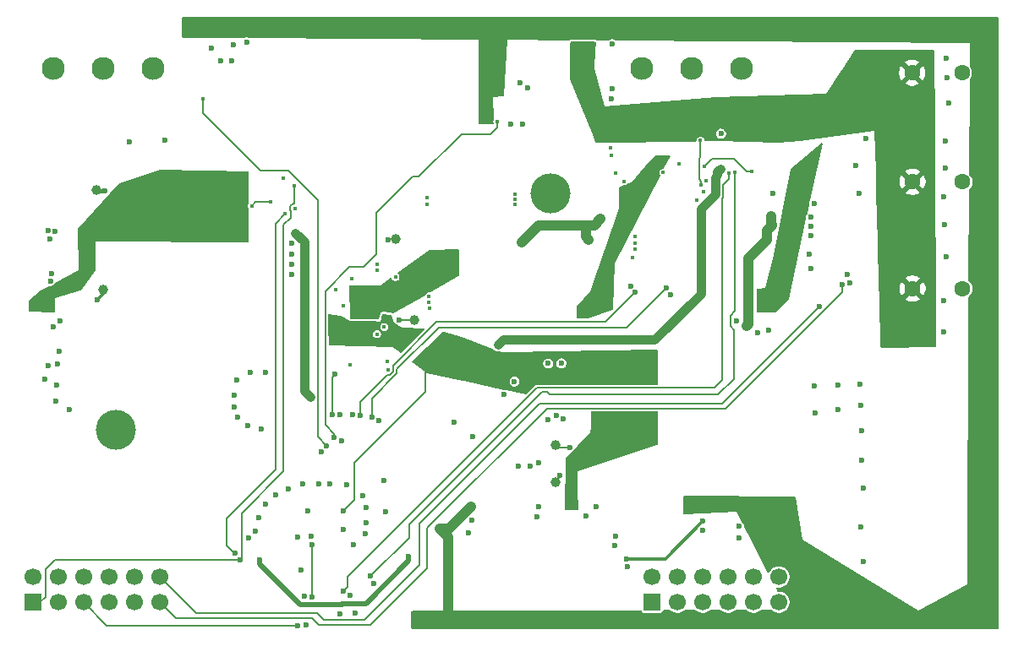
<source format=gbl>
G04 #@! TF.GenerationSoftware,KiCad,Pcbnew,9.0.3-9.0.3-0~ubuntu24.04.1*
G04 #@! TF.CreationDate,2025-08-16T17:29:32+02:00*
G04 #@! TF.ProjectId,acoustic-piezodriver-board,61636f75-7374-4696-932d-7069657a6f64,rev?*
G04 #@! TF.SameCoordinates,Original*
G04 #@! TF.FileFunction,Copper,L4,Bot*
G04 #@! TF.FilePolarity,Positive*
%FSLAX46Y46*%
G04 Gerber Fmt 4.6, Leading zero omitted, Abs format (unit mm)*
G04 Created by KiCad (PCBNEW 9.0.3-9.0.3-0~ubuntu24.04.1) date 2025-08-16 17:29:32*
%MOMM*%
%LPD*%
G01*
G04 APERTURE LIST*
G04 #@! TA.AperFunction,ComponentPad*
%ADD10R,1.700000X1.700000*%
G04 #@! TD*
G04 #@! TA.AperFunction,ComponentPad*
%ADD11C,1.700000*%
G04 #@! TD*
G04 #@! TA.AperFunction,ComponentPad*
%ADD12C,2.300000*%
G04 #@! TD*
G04 #@! TA.AperFunction,ComponentPad*
%ADD13C,4.000000*%
G04 #@! TD*
G04 #@! TA.AperFunction,ComponentPad*
%ADD14C,1.600000*%
G04 #@! TD*
G04 #@! TA.AperFunction,SMDPad,CuDef*
%ADD15C,1.000000*%
G04 #@! TD*
G04 #@! TA.AperFunction,ViaPad*
%ADD16C,0.400000*%
G04 #@! TD*
G04 #@! TA.AperFunction,ViaPad*
%ADD17C,0.600000*%
G04 #@! TD*
G04 #@! TA.AperFunction,Conductor*
%ADD18C,0.200000*%
G04 #@! TD*
G04 #@! TA.AperFunction,Conductor*
%ADD19C,1.000000*%
G04 #@! TD*
G04 #@! TA.AperFunction,Conductor*
%ADD20C,0.400000*%
G04 #@! TD*
G04 #@! TA.AperFunction,Conductor*
%ADD21C,0.500000*%
G04 #@! TD*
G04 #@! TA.AperFunction,Conductor*
%ADD22C,0.900000*%
G04 #@! TD*
G04 #@! TA.AperFunction,Conductor*
%ADD23C,0.300000*%
G04 #@! TD*
G04 APERTURE END LIST*
D10*
X47000000Y-139000000D03*
D11*
X47000000Y-136460000D03*
X49540000Y-139000000D03*
X49540000Y-136460000D03*
X52080000Y-139000000D03*
X52080000Y-136460000D03*
X54620000Y-139000000D03*
X54620000Y-136460000D03*
X57160000Y-139000000D03*
X57160000Y-136460000D03*
X59700000Y-139000000D03*
X59700000Y-136460000D03*
D12*
X108000000Y-85500000D03*
X113000000Y-85500000D03*
X118000000Y-85500000D03*
D13*
X98800000Y-98000000D03*
D14*
X135075000Y-107550000D03*
X140075000Y-107550000D03*
D12*
X49000000Y-85500000D03*
X54000000Y-85500000D03*
X59000000Y-85500000D03*
D13*
X55300000Y-121700000D03*
D14*
X135075000Y-96850000D03*
X140075000Y-96850000D03*
X135025000Y-85925000D03*
X140025000Y-85925000D03*
D10*
X109000000Y-139000000D03*
D11*
X109000000Y-136460000D03*
X111540000Y-139000000D03*
X111540000Y-136460000D03*
X114080000Y-139000000D03*
X114080000Y-136460000D03*
X116620000Y-139000000D03*
X116620000Y-136460000D03*
X119160000Y-139000000D03*
X119160000Y-136460000D03*
X121700000Y-139000000D03*
X121700000Y-136460000D03*
D15*
X99350000Y-126940000D03*
X54050000Y-107700000D03*
X85220000Y-110690000D03*
X99300000Y-123270000D03*
X53350000Y-97700000D03*
X83360000Y-102600000D03*
D16*
X106110000Y-97560000D03*
X102190000Y-109040000D03*
X101750000Y-109760000D03*
X108790000Y-95340000D03*
X109510000Y-94580000D03*
X105990000Y-98210000D03*
X102220000Y-110190000D03*
X108110000Y-96020000D03*
X102730000Y-109530000D03*
X120280000Y-109030000D03*
X125610000Y-93740000D03*
X119847978Y-108689619D03*
X123380000Y-95770000D03*
X120330000Y-109670000D03*
X124140000Y-95100000D03*
X119920000Y-108000000D03*
X125030000Y-94350000D03*
D17*
X101200000Y-84100000D03*
X121340000Y-90850000D03*
X106900000Y-91050000D03*
X132170000Y-88580000D03*
X101300000Y-86600000D03*
X117060000Y-92040000D03*
X104800000Y-92300000D03*
X119930000Y-90370000D03*
X101200000Y-85300000D03*
X119520000Y-91960000D03*
X118230000Y-90150000D03*
X116100000Y-89820000D03*
X106100000Y-91200000D03*
X132010000Y-84620000D03*
X132090000Y-87100000D03*
X104800000Y-91600000D03*
X105600000Y-90900000D03*
X118290000Y-92040000D03*
X132170000Y-90150000D03*
X132120000Y-91390000D03*
X95800000Y-86900000D03*
D16*
X81450000Y-112125000D03*
X83310000Y-106390000D03*
D17*
X124900000Y-100420000D03*
X128550000Y-106180000D03*
X67200000Y-119400000D03*
X138210000Y-108740000D03*
X138380000Y-95490000D03*
X82280000Y-129950000D03*
X94200000Y-118200000D03*
D16*
X78900000Y-106575000D03*
D17*
X105000000Y-87550000D03*
D16*
X105325000Y-95975000D03*
D17*
X80316500Y-132090000D03*
X98590000Y-115070000D03*
D16*
X77288342Y-107675000D03*
D17*
X129420000Y-95190000D03*
D16*
X106225000Y-96800000D03*
D17*
X102390000Y-130350000D03*
X103360000Y-129440000D03*
X99400000Y-120250000D03*
D16*
X107000000Y-104475000D03*
D17*
X130120000Y-134920000D03*
X105000000Y-83050000D03*
D16*
X104900000Y-94200000D03*
D17*
X48900000Y-106040000D03*
X48540000Y-115270000D03*
X49740000Y-110780000D03*
D16*
X86700000Y-109495000D03*
D17*
X73870000Y-135810000D03*
X79013235Y-120175070D03*
D16*
X78720000Y-115210000D03*
D17*
X129980000Y-124740000D03*
X60240000Y-92710000D03*
X138690000Y-88960000D03*
D16*
X114421576Y-96725000D03*
D17*
X79300000Y-140050000D03*
X75600000Y-127100000D03*
X68400000Y-82880000D03*
D16*
X95240000Y-98090000D03*
D17*
X138430000Y-104390000D03*
X49200000Y-101800000D03*
D16*
X82550000Y-115700000D03*
D17*
X106569620Y-135439620D03*
X138290000Y-101140000D03*
X115900000Y-92020000D03*
X70250000Y-129200000D03*
X124870000Y-101300000D03*
D16*
X72054293Y-96504293D03*
X73283181Y-99500000D03*
D17*
X49330000Y-118840000D03*
X81627263Y-120802210D03*
X94850000Y-91050000D03*
X73500000Y-132490000D03*
X138170000Y-111870000D03*
X95220000Y-116870000D03*
X68800000Y-116000000D03*
D16*
X82520000Y-114900000D03*
D17*
X129920000Y-131470000D03*
X130160000Y-127530000D03*
X77750003Y-120190000D03*
D16*
X78100000Y-109250000D03*
D17*
X49080000Y-111420000D03*
X81142180Y-137132259D03*
X125239037Y-99001821D03*
X105330000Y-132360000D03*
X49460000Y-115110000D03*
X99920000Y-115050000D03*
X56630000Y-92840000D03*
X129840000Y-117140000D03*
D16*
X113500000Y-98675000D03*
D17*
X138490000Y-84480000D03*
X80350000Y-131000000D03*
X90622918Y-132013669D03*
D16*
X107330000Y-102290000D03*
D17*
X138180000Y-98370000D03*
X76700000Y-127100000D03*
X82150000Y-126790000D03*
X130400000Y-92470000D03*
X79086500Y-133230000D03*
D16*
X86475000Y-99125000D03*
D17*
X124730000Y-104110000D03*
X74000000Y-127100000D03*
X74876500Y-132420000D03*
X90920000Y-130740000D03*
X48750000Y-106800000D03*
X69900000Y-121600000D03*
X96500000Y-87400000D03*
D16*
X107280000Y-103040000D03*
X107326640Y-103588021D03*
D17*
X104950000Y-88500000D03*
X138340000Y-92780000D03*
D16*
X95270000Y-99150000D03*
D17*
X74379265Y-141299265D03*
X74158429Y-138364160D03*
X80000000Y-128300000D03*
X119540000Y-111970000D03*
X68569523Y-132590000D03*
X67190000Y-118230000D03*
D16*
X86675000Y-108320000D03*
D17*
X68500000Y-121300000D03*
X96790000Y-125370000D03*
X80400000Y-129500000D03*
X97470000Y-130430000D03*
X127570000Y-117250000D03*
X138530000Y-86440000D03*
X106841157Y-107286726D03*
X67060000Y-83090000D03*
X130020000Y-121790000D03*
X72900000Y-106100000D03*
D16*
X81470000Y-105120000D03*
D17*
X89213750Y-120930000D03*
D16*
X86500000Y-98425000D03*
D17*
X71300000Y-128200000D03*
X49410000Y-117240000D03*
X78100000Y-131700000D03*
X67480000Y-120430000D03*
X97625000Y-125032500D03*
D16*
X86657252Y-108896522D03*
D17*
X72900000Y-105100000D03*
X70300000Y-116000000D03*
X65780000Y-84730000D03*
X105300000Y-133300000D03*
X67400000Y-116700000D03*
X127600000Y-119720000D03*
X64870000Y-83480000D03*
X125330000Y-119990000D03*
D16*
X110125000Y-95925000D03*
D17*
X77750000Y-140160000D03*
X98600000Y-120660000D03*
X48700000Y-102600000D03*
X129720000Y-98040000D03*
X90993750Y-122420000D03*
X74536500Y-129865000D03*
X78728546Y-138348394D03*
X95590000Y-125350000D03*
X72900000Y-103000000D03*
X72900000Y-104100000D03*
D16*
X114150000Y-97875000D03*
X81440000Y-105700000D03*
X104800000Y-93400000D03*
D17*
X66900000Y-84690000D03*
X77898668Y-122841207D03*
X75880244Y-123908946D03*
X117424348Y-110757380D03*
X69650000Y-130550000D03*
D16*
X95250000Y-98600000D03*
D17*
X78450000Y-127200000D03*
X129870000Y-119230000D03*
X124860000Y-105510000D03*
X124890000Y-102230000D03*
X50650000Y-119660000D03*
X49610000Y-113830000D03*
D16*
X82175000Y-111400000D03*
D17*
X125210000Y-117300000D03*
X117690000Y-132550000D03*
X117720000Y-131410000D03*
X97650000Y-129390000D03*
X96000000Y-91050000D03*
X100120000Y-120600000D03*
X121100000Y-97970000D03*
X48500000Y-101700000D03*
X69310000Y-131880000D03*
X128824520Y-106959694D03*
X72550000Y-127650000D03*
X110841598Y-108145996D03*
X120690000Y-111710000D03*
X48210000Y-116650000D03*
X114069620Y-131789620D03*
D16*
X111700000Y-95050000D03*
D17*
X88950000Y-112560000D03*
X105250000Y-121000000D03*
X66680000Y-102110000D03*
X108430000Y-122040000D03*
X109040000Y-115400000D03*
X106800000Y-121000000D03*
X105190000Y-114230000D03*
X86260000Y-115230000D03*
X108500000Y-120950000D03*
X101110000Y-128340000D03*
X106850000Y-114230000D03*
X103800000Y-121000000D03*
D16*
X77560000Y-112920000D03*
D17*
X82200000Y-112900000D03*
X78066500Y-129865000D03*
X85000000Y-111900000D03*
D16*
X52300000Y-105000000D03*
D17*
X106820000Y-121980000D03*
X61110000Y-97310000D03*
D16*
X76800000Y-110400000D03*
D17*
X107620000Y-115330000D03*
X88100000Y-113500000D03*
X98500000Y-116100000D03*
X83900000Y-112300000D03*
X82470000Y-110670000D03*
X66760000Y-100460000D03*
X65300000Y-97020000D03*
X87200000Y-113400000D03*
X108580000Y-116430000D03*
X105330000Y-122060000D03*
X105970000Y-115320000D03*
X64330000Y-102370000D03*
X104260000Y-115250000D03*
D16*
X77700000Y-110500000D03*
D17*
X103820000Y-122090000D03*
X84000000Y-113300000D03*
X82800000Y-112100000D03*
D16*
X48775000Y-108550000D03*
D17*
X66650000Y-98430000D03*
D16*
X51800000Y-105000000D03*
D17*
X88100000Y-112700000D03*
D16*
X48025000Y-108550000D03*
D17*
X103690000Y-114250000D03*
X62740000Y-96950000D03*
D16*
X76900000Y-112900000D03*
X47275000Y-108550000D03*
D17*
X98500000Y-116870000D03*
X86200000Y-114300000D03*
X100490331Y-127940331D03*
X60430000Y-100110000D03*
X108500000Y-114260000D03*
X87200000Y-114300000D03*
X107380000Y-116470000D03*
X61200000Y-102460000D03*
X113980000Y-128980000D03*
X112870000Y-129660000D03*
X92500000Y-90800000D03*
X93050000Y-87400000D03*
X63480000Y-81960000D03*
X62750000Y-81910000D03*
X113150000Y-129010000D03*
X113630000Y-129580000D03*
X87700000Y-131590000D03*
X90835000Y-129385000D03*
X120920000Y-100320000D03*
X95930000Y-102890000D03*
X118500000Y-111280000D03*
X121170000Y-101390000D03*
X102630000Y-102650000D03*
X103850000Y-100510000D03*
X103220000Y-101190000D03*
X120730000Y-102590000D03*
X69740000Y-134760000D03*
X73270000Y-101970000D03*
X77890000Y-139231000D03*
X115830000Y-95520000D03*
X79620000Y-139160000D03*
X84640000Y-134400000D03*
X74787000Y-118433000D03*
X93560000Y-113200000D03*
X115322576Y-96760000D03*
X53460000Y-108710000D03*
X83670000Y-110710000D03*
D16*
X113850000Y-92710000D03*
X113925000Y-97200000D03*
X89300000Y-106025000D03*
X80400000Y-107575000D03*
X86625000Y-105175000D03*
X86675000Y-104450000D03*
X79150000Y-107625000D03*
X89325000Y-104475000D03*
X86600000Y-105925000D03*
X89375000Y-105150000D03*
X79560000Y-110180000D03*
X78960000Y-110330000D03*
X79800000Y-107625000D03*
D17*
X128050000Y-107160000D03*
X80930000Y-120410000D03*
X110430000Y-107460000D03*
X125710000Y-109380000D03*
X107330000Y-107920000D03*
X79800000Y-120320000D03*
X67258207Y-134101345D03*
X78080000Y-137880000D03*
D16*
X72270000Y-100060000D03*
X116711573Y-95955132D03*
D17*
X76950000Y-120190000D03*
X77270000Y-116120000D03*
X67740000Y-134740000D03*
D16*
X73210000Y-97270000D03*
D17*
X80820000Y-136400000D03*
D16*
X117310000Y-95911685D03*
D17*
X100740000Y-123480000D03*
D16*
X70770000Y-98840000D03*
X68925000Y-99250000D03*
D17*
X54240000Y-97720000D03*
X82550000Y-102650000D03*
D16*
X64000000Y-88500000D03*
D17*
X76405735Y-123305735D03*
X99790000Y-126250000D03*
D16*
X93500000Y-90800000D03*
D17*
X77190000Y-122470000D03*
X74953881Y-133216250D03*
X73510000Y-141320000D03*
X74950000Y-138480000D03*
D16*
X118950000Y-95825000D03*
X114200000Y-95340000D03*
D17*
X114070000Y-130870000D03*
X106460000Y-134630000D03*
D18*
X67258207Y-134101345D02*
X67181345Y-134101345D01*
X71270000Y-125730000D02*
X71270000Y-101040000D01*
X67181345Y-134101345D02*
X66400000Y-133320000D01*
X66400000Y-133320000D02*
X66400000Y-130600000D01*
X66400000Y-130600000D02*
X71270000Y-125730000D01*
X71270000Y-101040000D02*
X72250000Y-100060000D01*
X72250000Y-100060000D02*
X72270000Y-100060000D01*
X67900000Y-134580000D02*
X67720000Y-134760000D01*
X67900000Y-130100000D02*
X67900000Y-134580000D01*
X72100000Y-125900000D02*
X67900000Y-130100000D01*
X72782181Y-99292479D02*
X72782181Y-99707521D01*
X73210000Y-97270000D02*
X73210000Y-98990000D01*
X72790000Y-99715340D02*
X72790000Y-100450000D01*
X72100000Y-101140000D02*
X72100000Y-125900000D01*
X67720000Y-134760000D02*
X49170000Y-134760000D01*
X73075660Y-98999000D02*
X72782181Y-99292479D01*
X73210000Y-98990000D02*
X73201000Y-98999000D01*
X48260000Y-135670000D02*
X48260000Y-138440000D01*
X72790000Y-100450000D02*
X72100000Y-101140000D01*
X72782181Y-99707521D02*
X72790000Y-99715340D01*
X73201000Y-98999000D02*
X73075660Y-98999000D01*
X49170000Y-134760000D02*
X48260000Y-135670000D01*
X48260000Y-138440000D02*
X47700000Y-139000000D01*
X47700000Y-139000000D02*
X47000000Y-139000000D01*
X86260000Y-115230000D02*
X86260000Y-117930000D01*
X79200000Y-128731500D02*
X78066500Y-129865000D01*
X79200000Y-124990000D02*
X79200000Y-128731500D01*
X86260000Y-117930000D02*
X79200000Y-124990000D01*
D19*
X87700000Y-131590000D02*
X88600000Y-132490000D01*
X88630000Y-131590000D02*
X87700000Y-131590000D01*
X88600000Y-132490000D02*
X88600000Y-140400000D01*
X90835000Y-129385000D02*
X88630000Y-131590000D01*
X121010000Y-101260000D02*
X121010000Y-101113313D01*
X102340000Y-101190000D02*
X97630000Y-101190000D01*
X120920000Y-101023313D02*
X120920000Y-100320000D01*
X97630000Y-101190000D02*
X95930000Y-102890000D01*
X120510000Y-101760000D02*
X121010000Y-101260000D01*
X103850000Y-100510000D02*
X103850000Y-100560000D01*
X102340000Y-102360000D02*
X102340000Y-101190000D01*
X118660000Y-104550000D02*
X120510000Y-102700000D01*
X103850000Y-100560000D02*
X103220000Y-101190000D01*
D20*
X120730000Y-101830000D02*
X120730000Y-102590000D01*
D19*
X121010000Y-101113313D02*
X120920000Y-101023313D01*
X118660000Y-111120000D02*
X118660000Y-104550000D01*
X120510000Y-102700000D02*
X120510000Y-101760000D01*
D20*
X121170000Y-101390000D02*
X120730000Y-101830000D01*
D19*
X102630000Y-102650000D02*
X102340000Y-102360000D01*
X118500000Y-111280000D02*
X118660000Y-111120000D01*
X103220000Y-101190000D02*
X102340000Y-101190000D01*
D21*
X69740000Y-135180000D02*
X69740000Y-134760000D01*
X77890000Y-139231000D02*
X77921000Y-139200000D01*
D22*
X113884000Y-99576000D02*
X115322576Y-98137424D01*
X93560000Y-113200000D02*
X94060000Y-112700000D01*
D21*
X84640000Y-134860000D02*
X84640000Y-134400000D01*
X80340000Y-139160000D02*
X84640000Y-134860000D01*
X73791000Y-139231000D02*
X69740000Y-135180000D01*
D22*
X115322576Y-98137424D02*
X115322576Y-96387424D01*
X109270000Y-112700000D02*
X113884000Y-108086000D01*
D21*
X77890000Y-139231000D02*
X73791000Y-139231000D01*
D22*
X94060000Y-112700000D02*
X109270000Y-112700000D01*
X115520000Y-95830000D02*
X115830000Y-95520000D01*
D21*
X77921000Y-139200000D02*
X79580000Y-139200000D01*
D22*
X74787000Y-118433000D02*
X74174000Y-117820000D01*
X74174000Y-102874000D02*
X73270000Y-101970000D01*
X74174000Y-117820000D02*
X74174000Y-102874000D01*
D21*
X79580000Y-139200000D02*
X79620000Y-139160000D01*
D22*
X115520000Y-96190000D02*
X115520000Y-95830000D01*
X115322576Y-96387424D02*
X115520000Y-96190000D01*
X113884000Y-108086000D02*
X113884000Y-99576000D01*
D21*
X79620000Y-139160000D02*
X80340000Y-139160000D01*
D23*
X54050000Y-108120000D02*
X54050000Y-107700000D01*
X53460000Y-108710000D02*
X54050000Y-108120000D01*
D18*
X83670000Y-110710000D02*
X85200000Y-110710000D01*
X85200000Y-110710000D02*
X85220000Y-110690000D01*
X113700000Y-94515016D02*
X113850000Y-94365016D01*
X113700000Y-96575000D02*
X113700000Y-94515016D01*
X113850000Y-94365016D02*
X113850000Y-92710000D01*
X113925000Y-96800000D02*
X113700000Y-96575000D01*
X113925000Y-97200000D02*
X113925000Y-96800000D01*
X98470000Y-119580000D02*
X116359943Y-119580000D01*
X128050000Y-107889943D02*
X128050000Y-107160000D01*
X86490000Y-131560000D02*
X98470000Y-119580000D01*
X116359943Y-119580000D02*
X128050000Y-107889943D01*
X59700000Y-139000000D02*
X61340000Y-140640000D01*
X80770000Y-141310000D02*
X86490000Y-135590000D01*
X86490000Y-135590000D02*
X86490000Y-131560000D01*
X75650000Y-141310000D02*
X80770000Y-141310000D01*
X74980000Y-140640000D02*
X75650000Y-141310000D01*
X61340000Y-140640000D02*
X74980000Y-140640000D01*
X106420000Y-111470000D02*
X110430000Y-107460000D01*
X83452000Y-116073621D02*
X83452000Y-115648000D01*
X80930000Y-118595621D02*
X83452000Y-116073621D01*
X87630000Y-111470000D02*
X106420000Y-111470000D01*
X80930000Y-120410000D02*
X80930000Y-118595621D01*
X83452000Y-115648000D02*
X87630000Y-111470000D01*
X97756215Y-119111000D02*
X115979000Y-119111000D01*
X80200000Y-140760000D02*
X85730000Y-135230000D01*
X85730000Y-135230000D02*
X85730000Y-131137215D01*
X115979000Y-119111000D02*
X125710000Y-109380000D01*
X85730000Y-131137215D02*
X97756215Y-119111000D01*
X76107100Y-140760000D02*
X80200000Y-140760000D01*
X59700000Y-136460000D02*
X63310000Y-140070000D01*
X63310000Y-140070000D02*
X75417100Y-140070000D01*
X75417100Y-140070000D02*
X76107100Y-140760000D01*
X107330000Y-107950000D02*
X104360000Y-110920000D01*
X107330000Y-107920000D02*
X107330000Y-107950000D01*
X82499000Y-116201000D02*
X79800000Y-118900000D01*
X79800000Y-118900000D02*
X79800000Y-120320000D01*
X104360000Y-110920000D02*
X87380000Y-110920000D01*
X83051000Y-115249000D02*
X83051000Y-115907521D01*
X87380000Y-110920000D02*
X83051000Y-115249000D01*
X82757521Y-116201000D02*
X82499000Y-116201000D01*
X83051000Y-115907521D02*
X82757521Y-116201000D01*
X116660000Y-96006705D02*
X116711573Y-95955132D01*
X78489910Y-136470090D02*
X97470000Y-117490000D01*
X116073576Y-97196424D02*
X116660000Y-96610000D01*
X116660000Y-96610000D02*
X116660000Y-96006705D01*
X78489910Y-137470090D02*
X78489910Y-136470090D01*
X97470000Y-117490000D02*
X115220000Y-117490000D01*
X116000000Y-98522074D02*
X116073576Y-98448498D01*
X78080000Y-137880000D02*
X78489910Y-137470090D01*
X115220000Y-117490000D02*
X116000000Y-116710000D01*
X116073576Y-98448498D02*
X116073576Y-97196424D01*
X116000000Y-116710000D02*
X116000000Y-98522074D01*
X76950000Y-116440000D02*
X77270000Y-116120000D01*
X76950000Y-120190000D02*
X76950000Y-116440000D01*
X97961057Y-117909000D02*
X98458943Y-117909000D01*
X117310000Y-109790000D02*
X117310000Y-95911685D01*
X98458943Y-117909000D02*
X98749943Y-118200000D01*
X116823348Y-111314836D02*
X116823348Y-110276652D01*
X98749943Y-118200000D02*
X115600000Y-118200000D01*
X84700000Y-131170057D02*
X97961057Y-117909000D01*
X84700000Y-132520000D02*
X84700000Y-131170057D01*
X115600000Y-118200000D02*
X117200000Y-116600000D01*
X116823348Y-110276652D02*
X117310000Y-109790000D01*
X117200000Y-116600000D02*
X117200000Y-111691488D01*
X117200000Y-111691488D02*
X116823348Y-111314836D01*
X80820000Y-136400000D02*
X84700000Y-132520000D01*
X99510000Y-123480000D02*
X99300000Y-123270000D01*
X100740000Y-123480000D02*
X99510000Y-123480000D01*
X70739712Y-98870288D02*
X69304712Y-98870288D01*
X69304712Y-98870288D02*
X68925000Y-99250000D01*
X70770000Y-98840000D02*
X70739712Y-98870288D01*
D20*
X54240000Y-97720000D02*
X53470000Y-97720000D01*
D18*
X82590000Y-102610000D02*
X82550000Y-102650000D01*
X83520000Y-102610000D02*
X82590000Y-102610000D01*
X75538000Y-98718000D02*
X72550000Y-95730000D01*
X69770000Y-95730000D02*
X64000000Y-89960000D01*
X76405735Y-123305735D02*
X75530000Y-122430000D01*
X75530000Y-122430000D02*
X75530000Y-120980000D01*
X75530000Y-120980000D02*
X75538000Y-120972000D01*
X75538000Y-120972000D02*
X75538000Y-98718000D01*
X72550000Y-95730000D02*
X69770000Y-95730000D01*
X64000000Y-89960000D02*
X64000000Y-88500000D01*
X99790000Y-126500000D02*
X99790000Y-126250000D01*
X99290000Y-127000000D02*
X99790000Y-126500000D01*
X85650000Y-96350000D02*
X84990000Y-96350000D01*
X76275000Y-121225000D02*
X77190000Y-122140000D01*
X76275000Y-107795000D02*
X76275000Y-121225000D01*
X78710000Y-105360000D02*
X76275000Y-107795000D01*
X89900000Y-92100000D02*
X85650000Y-96350000D01*
X92800000Y-92100000D02*
X89900000Y-92100000D01*
X93500000Y-91400000D02*
X92800000Y-92100000D01*
X80130000Y-105360000D02*
X78710000Y-105360000D01*
X93500000Y-90800000D02*
X93500000Y-91400000D01*
X77190000Y-122140000D02*
X77190000Y-122470000D01*
X84990000Y-96350000D02*
X81420000Y-99920000D01*
X81420000Y-99920000D02*
X81420000Y-104070000D01*
X81420000Y-104070000D02*
X80130000Y-105360000D01*
X52080000Y-139000000D02*
X54400000Y-141320000D01*
X74950000Y-138480000D02*
X74950000Y-133220131D01*
X74950000Y-133220131D02*
X74953881Y-133216250D01*
X54400000Y-141320000D02*
X73510000Y-141320000D01*
X118449501Y-95825000D02*
X117164501Y-94540000D01*
X117164501Y-94540000D02*
X115000000Y-94540000D01*
X118950000Y-95825000D02*
X118449501Y-95825000D01*
X115000000Y-94540000D02*
X114200000Y-95340000D01*
D23*
X106460000Y-134630000D02*
X110310000Y-134630000D01*
X110310000Y-134630000D02*
X114070000Y-130870000D01*
G04 #@! TA.AperFunction,Conductor*
G36*
X68591441Y-95779293D02*
G01*
X68625875Y-95794147D01*
X68639726Y-95828564D01*
X68622047Y-98966538D01*
X68607699Y-99000907D01*
X68604524Y-99004082D01*
X68604515Y-99004093D01*
X68551793Y-99095410D01*
X68551792Y-99095414D01*
X68524500Y-99197269D01*
X68524500Y-99302730D01*
X68551792Y-99404585D01*
X68551793Y-99404589D01*
X68604520Y-99495913D01*
X68606476Y-99498462D01*
X68605791Y-99498987D01*
X68618868Y-99530557D01*
X68618867Y-99530833D01*
X68600274Y-102831244D01*
X68585727Y-102865811D01*
X68551243Y-102879968D01*
X53280000Y-102870000D01*
X53270055Y-105694319D01*
X53264955Y-105710060D01*
X51600000Y-105730000D01*
X51520372Y-101589344D01*
X51532945Y-101555619D01*
X55591428Y-97047021D01*
X55612136Y-97033392D01*
X59692014Y-95652702D01*
X59708426Y-95650122D01*
X68591441Y-95779293D01*
G37*
G04 #@! TD.AperFunction*
G04 #@! TA.AperFunction,Conductor*
G36*
X126059833Y-92976451D02*
G01*
X126070750Y-93012330D01*
X126069853Y-93018024D01*
X124826492Y-98710739D01*
X124821056Y-98724783D01*
X124772645Y-98808632D01*
X124772644Y-98808636D01*
X124738537Y-98935925D01*
X124738537Y-99067715D01*
X124740957Y-99076749D01*
X124741497Y-99099884D01*
X124529164Y-100072050D01*
X124515943Y-100096240D01*
X124499500Y-100112683D01*
X124499499Y-100112685D01*
X124433608Y-100226811D01*
X124433607Y-100226815D01*
X124399500Y-100354104D01*
X124399500Y-100485895D01*
X124418055Y-100555145D01*
X124418596Y-100578283D01*
X122662892Y-108616758D01*
X122650715Y-108639872D01*
X121444287Y-109922629D01*
X121410095Y-109938036D01*
X121409147Y-109938056D01*
X119520707Y-109959426D01*
X119485899Y-109945467D01*
X119471156Y-109910983D01*
X119471165Y-109909342D01*
X119523963Y-107615055D01*
X119539108Y-107580747D01*
X119569984Y-107567273D01*
X120350000Y-107520000D01*
X121150000Y-104210000D01*
X122836625Y-95577272D01*
X122853596Y-95548822D01*
X125990867Y-92969716D01*
X126026744Y-92958800D01*
X126059833Y-92976451D01*
G37*
G04 #@! TD.AperFunction*
G04 #@! TA.AperFunction,Conductor*
G36*
X110801966Y-94239352D02*
G01*
X110816318Y-94274000D01*
X110810807Y-94296576D01*
X110187081Y-95498076D01*
X110158380Y-95522215D01*
X110143592Y-95524500D01*
X110072270Y-95524500D01*
X109970414Y-95551792D01*
X109970410Y-95551793D01*
X109879086Y-95604520D01*
X109879086Y-95604521D01*
X109804521Y-95679086D01*
X109804520Y-95679086D01*
X109751793Y-95770410D01*
X109751792Y-95770414D01*
X109724500Y-95872269D01*
X109724500Y-95977730D01*
X109751792Y-96079585D01*
X109751793Y-96079589D01*
X109804521Y-96170915D01*
X109805392Y-96172050D01*
X109805578Y-96172745D01*
X109806126Y-96173694D01*
X109805871Y-96173840D01*
X109815093Y-96208277D01*
X109810002Y-96224449D01*
X105226285Y-105054186D01*
X105076085Y-109617011D01*
X105060602Y-109651168D01*
X105044021Y-109661389D01*
X102608998Y-110556691D01*
X102590415Y-110559672D01*
X101478599Y-110521661D01*
X101444461Y-110506134D01*
X101431290Y-110471391D01*
X101459539Y-109407329D01*
X101471257Y-109376815D01*
X102775000Y-107850000D01*
X105670000Y-99570000D01*
X105660151Y-97442807D01*
X105674342Y-97408096D01*
X105690275Y-97397365D01*
X106152952Y-97204279D01*
X106171822Y-97200500D01*
X106277730Y-97200500D01*
X106277730Y-97200499D01*
X106379587Y-97173207D01*
X106470913Y-97120480D01*
X106545480Y-97045913D01*
X106547752Y-97043641D01*
X106548616Y-97044505D01*
X106563673Y-97032876D01*
X106930000Y-96880000D01*
X108758620Y-94831545D01*
X108761508Y-94828574D01*
X109384818Y-94239352D01*
X109385833Y-94238391D01*
X109419494Y-94225000D01*
X110767318Y-94225000D01*
X110801966Y-94239352D01*
G37*
G04 #@! TD.AperFunction*
G04 #@! TA.AperFunction,Conductor*
G36*
X109539430Y-119894852D02*
G01*
X109553782Y-119929500D01*
X109553782Y-119929628D01*
X109545324Y-123173131D01*
X109545232Y-123173351D01*
X109545232Y-120649829D01*
X102869486Y-120569943D01*
X102850000Y-121515004D01*
X102850000Y-119929500D01*
X102864352Y-119894852D01*
X102899000Y-119880500D01*
X109504782Y-119880500D01*
X109539430Y-119894852D01*
G37*
G04 #@! TD.AperFunction*
G04 #@! TA.AperFunction,Conductor*
G36*
X88151712Y-111901630D02*
G01*
X89957577Y-112389345D01*
X89962332Y-112390894D01*
X93006637Y-113558883D01*
X93029826Y-113577408D01*
X93054723Y-113614669D01*
X93145331Y-113705277D01*
X93251873Y-113776465D01*
X93370256Y-113825501D01*
X93495931Y-113850499D01*
X93495934Y-113850499D01*
X93624069Y-113850499D01*
X93704128Y-113834574D01*
X93731232Y-113836883D01*
X94000000Y-113940000D01*
X94000002Y-113939999D01*
X94000003Y-113940000D01*
X94572900Y-113929958D01*
X104270000Y-113760000D01*
X109520410Y-113710467D01*
X109555190Y-113724491D01*
X109569868Y-113759003D01*
X109569870Y-113759593D01*
X109561054Y-117140628D01*
X109546612Y-117175238D01*
X109512054Y-117189500D01*
X97430435Y-117189500D01*
X97354013Y-117209977D01*
X97354010Y-117209978D01*
X97285488Y-117249540D01*
X97285487Y-117249541D01*
X96379781Y-118155246D01*
X96345133Y-118169598D01*
X96334828Y-118168502D01*
X94448259Y-117762678D01*
X94434064Y-117757209D01*
X94393186Y-117733608D01*
X94393183Y-117733607D01*
X94393181Y-117733606D01*
X94265895Y-117699500D01*
X94265892Y-117699500D01*
X94159769Y-117699500D01*
X94149464Y-117698404D01*
X90199890Y-116848800D01*
X89992111Y-116804104D01*
X94719500Y-116804104D01*
X94719500Y-116935895D01*
X94753607Y-117063184D01*
X94753608Y-117063188D01*
X94798319Y-117140628D01*
X94819500Y-117177314D01*
X94912686Y-117270500D01*
X94954457Y-117294617D01*
X95026811Y-117336391D01*
X95026813Y-117336391D01*
X95026814Y-117336392D01*
X95127207Y-117363292D01*
X95154104Y-117370499D01*
X95154105Y-117370500D01*
X95154108Y-117370500D01*
X95285895Y-117370500D01*
X95285895Y-117370499D01*
X95413186Y-117336392D01*
X95527314Y-117270500D01*
X95620500Y-117177314D01*
X95686392Y-117063186D01*
X95720499Y-116935895D01*
X95720500Y-116935895D01*
X95720500Y-116804105D01*
X95720499Y-116804104D01*
X95686392Y-116676815D01*
X95686391Y-116676811D01*
X95620499Y-116562685D01*
X95527314Y-116469500D01*
X95413188Y-116403608D01*
X95413184Y-116403607D01*
X95285895Y-116369500D01*
X95285892Y-116369500D01*
X95154108Y-116369500D01*
X95154105Y-116369500D01*
X95026815Y-116403607D01*
X95026811Y-116403608D01*
X94912685Y-116469500D01*
X94912685Y-116469501D01*
X94819501Y-116562685D01*
X94819500Y-116562685D01*
X94753608Y-116676811D01*
X94753607Y-116676815D01*
X94719500Y-116804104D01*
X89992111Y-116804104D01*
X86450768Y-116042316D01*
X86431260Y-116033299D01*
X85135371Y-115039783D01*
X85088833Y-115004104D01*
X98089500Y-115004104D01*
X98089500Y-115135895D01*
X98123607Y-115263184D01*
X98123608Y-115263188D01*
X98189500Y-115377314D01*
X98282686Y-115470500D01*
X98315526Y-115489460D01*
X98396811Y-115536391D01*
X98396813Y-115536391D01*
X98396814Y-115536392D01*
X98497207Y-115563292D01*
X98524104Y-115570499D01*
X98524105Y-115570500D01*
X98524108Y-115570500D01*
X98655895Y-115570500D01*
X98655895Y-115570499D01*
X98783186Y-115536392D01*
X98897314Y-115470500D01*
X98990500Y-115377314D01*
X99056392Y-115263186D01*
X99090499Y-115135895D01*
X99090500Y-115135895D01*
X99090500Y-115004106D01*
X99087679Y-114993579D01*
X99087679Y-114993578D01*
X99085140Y-114984104D01*
X99419500Y-114984104D01*
X99419500Y-115115895D01*
X99453607Y-115243184D01*
X99453608Y-115243188D01*
X99519500Y-115357314D01*
X99612686Y-115450500D01*
X99647325Y-115470499D01*
X99726811Y-115516391D01*
X99726813Y-115516391D01*
X99726814Y-115516392D01*
X99801452Y-115536391D01*
X99854104Y-115550499D01*
X99854105Y-115550500D01*
X99854108Y-115550500D01*
X99985895Y-115550500D01*
X99985895Y-115550499D01*
X100113186Y-115516392D01*
X100227314Y-115450500D01*
X100320500Y-115357314D01*
X100386392Y-115243186D01*
X100420499Y-115115895D01*
X100420500Y-115115895D01*
X100420500Y-114984105D01*
X100420499Y-114984104D01*
X100391750Y-114876811D01*
X100386392Y-114856814D01*
X100386391Y-114856813D01*
X100386391Y-114856811D01*
X100320499Y-114742685D01*
X100227314Y-114649500D01*
X100113188Y-114583608D01*
X100113184Y-114583607D01*
X99985895Y-114549500D01*
X99985892Y-114549500D01*
X99854108Y-114549500D01*
X99854105Y-114549500D01*
X99726815Y-114583607D01*
X99726811Y-114583608D01*
X99612685Y-114649500D01*
X99612685Y-114649501D01*
X99519501Y-114742685D01*
X99519500Y-114742685D01*
X99453608Y-114856811D01*
X99453607Y-114856815D01*
X99419500Y-114984104D01*
X99085140Y-114984104D01*
X99056392Y-114876814D01*
X99056391Y-114876811D01*
X98990499Y-114762685D01*
X98897314Y-114669500D01*
X98783188Y-114603608D01*
X98783184Y-114603607D01*
X98655895Y-114569500D01*
X98655892Y-114569500D01*
X98524108Y-114569500D01*
X98524105Y-114569500D01*
X98396815Y-114603607D01*
X98396811Y-114603608D01*
X98282685Y-114669500D01*
X98282685Y-114669501D01*
X98189501Y-114762685D01*
X98189500Y-114762685D01*
X98123608Y-114876811D01*
X98123607Y-114876815D01*
X98089500Y-115004104D01*
X85088833Y-115004104D01*
X84957994Y-114903794D01*
X84939229Y-114871323D01*
X84948920Y-114835094D01*
X84954520Y-114828949D01*
X88105658Y-111912971D01*
X88140836Y-111899973D01*
X88151712Y-111901630D01*
G37*
G04 #@! TD.AperFunction*
G04 #@! TA.AperFunction,Conductor*
G36*
X143642539Y-80320185D02*
G01*
X143688294Y-80372989D01*
X143699500Y-80424500D01*
X143699500Y-141575500D01*
X143679815Y-141642539D01*
X143627011Y-141688294D01*
X143575500Y-141699500D01*
X85010602Y-141699500D01*
X84943563Y-141679815D01*
X84897808Y-141627011D01*
X84886607Y-141576597D01*
X84886597Y-141575500D01*
X84872610Y-139994979D01*
X84891700Y-139927771D01*
X84944097Y-139881551D01*
X84996222Y-139869886D01*
X107833544Y-139800297D01*
X107900641Y-139819777D01*
X107946557Y-139872441D01*
X107955537Y-139900103D01*
X107961132Y-139928230D01*
X108005447Y-139994552D01*
X108071769Y-140038867D01*
X108071770Y-140038868D01*
X108130247Y-140050499D01*
X108130250Y-140050500D01*
X108130252Y-140050500D01*
X109869750Y-140050500D01*
X109869751Y-140050499D01*
X109884568Y-140047552D01*
X109928229Y-140038868D01*
X109928229Y-140038867D01*
X109928231Y-140038867D01*
X109994552Y-139994552D01*
X110038867Y-139928231D01*
X110045876Y-139892993D01*
X110078259Y-139831084D01*
X110138974Y-139796509D01*
X110167105Y-139793187D01*
X110795497Y-139791272D01*
X110862592Y-139810751D01*
X110865230Y-139812665D01*
X110865279Y-139812592D01*
X110870344Y-139815976D01*
X110870345Y-139815977D01*
X111042402Y-139930941D01*
X111233580Y-140010130D01*
X111378052Y-140038867D01*
X111436530Y-140050499D01*
X111436534Y-140050500D01*
X111436535Y-140050500D01*
X111643466Y-140050500D01*
X111643467Y-140050499D01*
X111846420Y-140010130D01*
X112037598Y-139930941D01*
X112209655Y-139815977D01*
X112209662Y-139815969D01*
X112210998Y-139814874D01*
X112211843Y-139814514D01*
X112214721Y-139812592D01*
X112215085Y-139813137D01*
X112275304Y-139787553D01*
X112289270Y-139786720D01*
X113326188Y-139783560D01*
X113393285Y-139803040D01*
X113405214Y-139812623D01*
X113405635Y-139812112D01*
X113410342Y-139815975D01*
X113410345Y-139815977D01*
X113582402Y-139930941D01*
X113773580Y-140010130D01*
X113918052Y-140038867D01*
X113976530Y-140050499D01*
X113976534Y-140050500D01*
X113976535Y-140050500D01*
X114183466Y-140050500D01*
X114183467Y-140050499D01*
X114386420Y-140010130D01*
X114577598Y-139930941D01*
X114749655Y-139815977D01*
X114750351Y-139815281D01*
X114750807Y-139815031D01*
X114754365Y-139812112D01*
X114754918Y-139812786D01*
X114811671Y-139781789D01*
X114837652Y-139778955D01*
X115858471Y-139775844D01*
X115925569Y-139795324D01*
X115946529Y-139812162D01*
X115950342Y-139815975D01*
X115950345Y-139815977D01*
X116122402Y-139930941D01*
X116313580Y-140010130D01*
X116458052Y-140038867D01*
X116516530Y-140050499D01*
X116516534Y-140050500D01*
X116516535Y-140050500D01*
X116723466Y-140050500D01*
X116723467Y-140050499D01*
X116926420Y-140010130D01*
X117117598Y-139930941D01*
X117289655Y-139815977D01*
X117298122Y-139807509D01*
X117359440Y-139774025D01*
X117385418Y-139771191D01*
X118390754Y-139768128D01*
X118457853Y-139787608D01*
X118478813Y-139804446D01*
X118490342Y-139815975D01*
X118490345Y-139815977D01*
X118662402Y-139930941D01*
X118853580Y-140010130D01*
X118998052Y-140038867D01*
X119056530Y-140050499D01*
X119056534Y-140050500D01*
X119056535Y-140050500D01*
X119263466Y-140050500D01*
X119263467Y-140050499D01*
X119466420Y-140010130D01*
X119657598Y-139930941D01*
X119829655Y-139815977D01*
X119845885Y-139799746D01*
X119907205Y-139766261D01*
X119933186Y-139763428D01*
X120923040Y-139760411D01*
X120990136Y-139779891D01*
X121011096Y-139796729D01*
X121030342Y-139815975D01*
X121030345Y-139815977D01*
X121202402Y-139930941D01*
X121393580Y-140010130D01*
X121538052Y-140038867D01*
X121596530Y-140050499D01*
X121596534Y-140050500D01*
X121596535Y-140050500D01*
X121803466Y-140050500D01*
X121803467Y-140050499D01*
X122006420Y-140010130D01*
X122197598Y-139930941D01*
X122369655Y-139815977D01*
X122429812Y-139755819D01*
X122468068Y-139755704D01*
X122455168Y-139730463D01*
X122515977Y-139669655D01*
X122630941Y-139497598D01*
X122710130Y-139306420D01*
X122750500Y-139103465D01*
X122750500Y-138896535D01*
X122710130Y-138693580D01*
X122630941Y-138502402D01*
X122515977Y-138330345D01*
X122515975Y-138330342D01*
X122369657Y-138184024D01*
X122207335Y-138075565D01*
X122197598Y-138069059D01*
X122168113Y-138056846D01*
X122006420Y-137989870D01*
X122006412Y-137989868D01*
X121803469Y-137949500D01*
X121803465Y-137949500D01*
X121620813Y-137949500D01*
X121606283Y-137945233D01*
X121591156Y-137945901D01*
X121573440Y-137935589D01*
X121553774Y-137929815D01*
X121542905Y-137917817D01*
X121530770Y-137910754D01*
X121510398Y-137881932D01*
X121483145Y-137828610D01*
X121405860Y-137677395D01*
X121392880Y-137608744D01*
X121419075Y-137543971D01*
X121476132Y-137503643D01*
X121540467Y-137499348D01*
X121596530Y-137510499D01*
X121596534Y-137510500D01*
X121596535Y-137510500D01*
X121803466Y-137510500D01*
X121803467Y-137510499D01*
X122006420Y-137470130D01*
X122197598Y-137390941D01*
X122369655Y-137275977D01*
X122515977Y-137129655D01*
X122630941Y-136957598D01*
X122710130Y-136766420D01*
X122750500Y-136563465D01*
X122750500Y-136356535D01*
X122710130Y-136153580D01*
X122630941Y-135962402D01*
X122515977Y-135790345D01*
X122515975Y-135790342D01*
X122369657Y-135644024D01*
X122229594Y-135550438D01*
X122197598Y-135529059D01*
X122133928Y-135502686D01*
X122006420Y-135449870D01*
X122006412Y-135449868D01*
X121803469Y-135409500D01*
X121803465Y-135409500D01*
X121596535Y-135409500D01*
X121596530Y-135409500D01*
X121393587Y-135449868D01*
X121393579Y-135449870D01*
X121202403Y-135529058D01*
X121030342Y-135644024D01*
X120884024Y-135790342D01*
X120769055Y-135962407D01*
X120764510Y-135973380D01*
X120720666Y-136027781D01*
X120654371Y-136049842D01*
X120586673Y-136032559D01*
X120539538Y-135982354D01*
X118867064Y-132710000D01*
X118234085Y-131471516D01*
X118220500Y-131415084D01*
X118220500Y-131344110D01*
X118220500Y-131344108D01*
X118186392Y-131216814D01*
X118120500Y-131102686D01*
X118027314Y-131009500D01*
X118017395Y-131003773D01*
X117969180Y-130953205D01*
X117968982Y-130952819D01*
X117455000Y-129947164D01*
X117454999Y-129947163D01*
X112261945Y-130193735D01*
X112194047Y-130177253D01*
X112145840Y-130126678D01*
X112132079Y-130067925D01*
X112158054Y-128418521D01*
X112178792Y-128351803D01*
X112232310Y-128306886D01*
X112283529Y-128296486D01*
X123275438Y-128428741D01*
X123342234Y-128449231D01*
X123387350Y-128502581D01*
X123396408Y-128533275D01*
X124059999Y-132709999D01*
X124060000Y-132710000D01*
X135653524Y-139841365D01*
X140534052Y-137248107D01*
X140675141Y-108415532D01*
X140695154Y-108348593D01*
X140711459Y-108328460D01*
X140712776Y-108327143D01*
X140712782Y-108327139D01*
X140852139Y-108187782D01*
X140961632Y-108023914D01*
X141037051Y-107841835D01*
X141059749Y-107727727D01*
X141075500Y-107648543D01*
X141075500Y-107451456D01*
X141037052Y-107258170D01*
X141037051Y-107258169D01*
X141037051Y-107258165D01*
X140999537Y-107167597D01*
X140961635Y-107076092D01*
X140961628Y-107076079D01*
X140852139Y-106912218D01*
X140852136Y-106912214D01*
X140719894Y-106779972D01*
X140686409Y-106718649D01*
X140683577Y-106691696D01*
X140727758Y-97662915D01*
X140747771Y-97595976D01*
X140764072Y-97575848D01*
X140852139Y-97487782D01*
X140961632Y-97323914D01*
X141037051Y-97141835D01*
X141056131Y-97045913D01*
X141075500Y-96948543D01*
X141075500Y-96751456D01*
X141037052Y-96558170D01*
X141037051Y-96558169D01*
X141037051Y-96558165D01*
X141035362Y-96554087D01*
X140961635Y-96376092D01*
X140961628Y-96376079D01*
X140852139Y-96212218D01*
X140852136Y-96212214D01*
X140771999Y-96132077D01*
X140738514Y-96070754D01*
X140735681Y-96043797D01*
X140781746Y-86630307D01*
X140801758Y-86563369D01*
X140802500Y-86562241D01*
X140911632Y-86398914D01*
X140987051Y-86216835D01*
X140999632Y-86153582D01*
X141025500Y-86023543D01*
X141025500Y-85826456D01*
X140987052Y-85633170D01*
X140987051Y-85633169D01*
X140987051Y-85633165D01*
X140975918Y-85606287D01*
X140911635Y-85451092D01*
X140911628Y-85451079D01*
X140809500Y-85298235D01*
X140788622Y-85231558D01*
X140788603Y-85228867D01*
X140800000Y-82900000D01*
X140799998Y-82899999D01*
X140799999Y-82899999D01*
X140800000Y-82899999D01*
X105380889Y-82674261D01*
X105313976Y-82654150D01*
X105307825Y-82649796D01*
X105307316Y-82649502D01*
X105307314Y-82649500D01*
X105229973Y-82604847D01*
X105193187Y-82583608D01*
X105129539Y-82566554D01*
X105065892Y-82549500D01*
X104934108Y-82549500D01*
X104806814Y-82583608D01*
X104806813Y-82583608D01*
X104806811Y-82583609D01*
X104806810Y-82583609D01*
X104686920Y-82652828D01*
X104624130Y-82669438D01*
X103495785Y-82662247D01*
X103436041Y-82646470D01*
X103393210Y-82622511D01*
X103393205Y-82622509D01*
X103326173Y-82602826D01*
X103326169Y-82602825D01*
X103326168Y-82602825D01*
X103268270Y-82594500D01*
X100924000Y-82594500D01*
X100923992Y-82594500D01*
X100880313Y-82599197D01*
X100828805Y-82610402D01*
X100818627Y-82612889D01*
X100818626Y-82612889D01*
X100786441Y-82630039D01*
X100727341Y-82644602D01*
X94489584Y-82604847D01*
X94500000Y-82400000D01*
X91600000Y-82400000D01*
X91600000Y-82586430D01*
X68671862Y-82440302D01*
X68610652Y-82423692D01*
X68593188Y-82413609D01*
X68593187Y-82413608D01*
X68593186Y-82413608D01*
X68465892Y-82379500D01*
X68334108Y-82379500D01*
X68206814Y-82413607D01*
X68206810Y-82413609D01*
X68195295Y-82420257D01*
X68132510Y-82436864D01*
X62070916Y-82398232D01*
X62004003Y-82378121D01*
X61958586Y-82325027D01*
X61947733Y-82276834D01*
X61908954Y-80427099D01*
X61927229Y-80359662D01*
X61979063Y-80312810D01*
X62032927Y-80300500D01*
X143575500Y-80300500D01*
X143642539Y-80320185D01*
G37*
G04 #@! TD.AperFunction*
G04 #@! TA.AperFunction,Conductor*
G36*
X89635348Y-103639478D02*
G01*
X89649998Y-103674002D01*
X89650000Y-103674424D01*
X89650000Y-106296416D01*
X89635648Y-106331064D01*
X89625120Y-106339069D01*
X86814798Y-107928291D01*
X86777996Y-107932969D01*
X86748274Y-107925005D01*
X86727727Y-107919500D01*
X86622273Y-107919500D01*
X86622270Y-107919500D01*
X86520414Y-107946792D01*
X86520410Y-107946793D01*
X86429086Y-107999520D01*
X86429086Y-107999521D01*
X86354521Y-108074086D01*
X86354520Y-108074086D01*
X86301793Y-108165410D01*
X86301792Y-108165414D01*
X86290380Y-108208003D01*
X86267549Y-108237756D01*
X86267170Y-108237972D01*
X83074780Y-110043254D01*
X83037555Y-110047817D01*
X83019226Y-110038190D01*
X82975383Y-110001525D01*
X82975381Y-110001524D01*
X82941982Y-109984471D01*
X82864832Y-109962644D01*
X82057411Y-109898417D01*
X81994733Y-109903075D01*
X81965879Y-109909761D01*
X81965874Y-109909762D01*
X81965873Y-109909763D01*
X81917612Y-109927554D01*
X81917610Y-109927554D01*
X81917608Y-109927556D01*
X81847846Y-109986682D01*
X81847844Y-109986684D01*
X81825352Y-110016682D01*
X81825351Y-110016684D01*
X81790687Y-110088997D01*
X81660607Y-110597106D01*
X81638111Y-110627112D01*
X81612469Y-110633948D01*
X78793217Y-110595478D01*
X78768127Y-110588166D01*
X78746550Y-110574832D01*
X78724620Y-110544409D01*
X78723311Y-110533502D01*
X78700345Y-107249342D01*
X78714454Y-107214595D01*
X78749001Y-107200001D01*
X78749344Y-107200000D01*
X81824999Y-107200000D01*
X81825000Y-107200000D01*
X82846406Y-106463757D01*
X82882904Y-106455140D01*
X82914807Y-106474856D01*
X82922387Y-106490825D01*
X82936793Y-106544587D01*
X82936793Y-106544589D01*
X82984794Y-106627727D01*
X82989520Y-106635913D01*
X83064087Y-106710480D01*
X83097181Y-106729587D01*
X83155410Y-106763206D01*
X83155412Y-106763206D01*
X83155413Y-106763207D01*
X83235747Y-106784732D01*
X83257269Y-106790499D01*
X83257270Y-106790500D01*
X83257273Y-106790500D01*
X83362730Y-106790500D01*
X83362730Y-106790499D01*
X83464587Y-106763207D01*
X83555913Y-106710480D01*
X83630480Y-106635913D01*
X83683207Y-106544587D01*
X83710499Y-106442730D01*
X83710500Y-106442730D01*
X83710500Y-106337270D01*
X83710499Y-106337269D01*
X83704732Y-106315747D01*
X83683207Y-106235413D01*
X83683206Y-106235412D01*
X83683206Y-106235410D01*
X83630479Y-106144086D01*
X83555913Y-106069520D01*
X83531257Y-106055285D01*
X83508427Y-106025532D01*
X83513322Y-105988350D01*
X83527099Y-105973105D01*
X86737358Y-103659112D01*
X86765584Y-103649865D01*
X89600578Y-103625426D01*
X89635348Y-103639478D01*
G37*
G04 #@! TD.AperFunction*
G04 #@! TA.AperFunction,Conductor*
G36*
X103335309Y-82819685D02*
G01*
X103381064Y-82872489D01*
X103392043Y-82931488D01*
X103344004Y-83725451D01*
X103238748Y-85465002D01*
X103238748Y-85465003D01*
X104259245Y-89257624D01*
X104259245Y-89257623D01*
X104259246Y-89257625D01*
X115447078Y-88370231D01*
X115452959Y-88369908D01*
X126420000Y-88030000D01*
X127890317Y-85822682D01*
X133725000Y-85822682D01*
X133725000Y-86027317D01*
X133757009Y-86229417D01*
X133820244Y-86424031D01*
X133913141Y-86606350D01*
X133913147Y-86606359D01*
X133945523Y-86650921D01*
X133945524Y-86650922D01*
X134625000Y-85971446D01*
X134625000Y-85977661D01*
X134652259Y-86079394D01*
X134704920Y-86170606D01*
X134779394Y-86245080D01*
X134870606Y-86297741D01*
X134972339Y-86325000D01*
X134978553Y-86325000D01*
X134299076Y-87004474D01*
X134343650Y-87036859D01*
X134525968Y-87129755D01*
X134720582Y-87192990D01*
X134922683Y-87225000D01*
X135127317Y-87225000D01*
X135329417Y-87192990D01*
X135524031Y-87129755D01*
X135706349Y-87036859D01*
X135750921Y-87004474D01*
X135071447Y-86325000D01*
X135077661Y-86325000D01*
X135179394Y-86297741D01*
X135270606Y-86245080D01*
X135345080Y-86170606D01*
X135397741Y-86079394D01*
X135425000Y-85977661D01*
X135425000Y-85971447D01*
X136104474Y-86650921D01*
X136136859Y-86606349D01*
X136229755Y-86424031D01*
X136292990Y-86229417D01*
X136325000Y-86027317D01*
X136325000Y-85822682D01*
X136292990Y-85620582D01*
X136229755Y-85425968D01*
X136136859Y-85243650D01*
X136104474Y-85199077D01*
X136104474Y-85199076D01*
X135425000Y-85878551D01*
X135425000Y-85872339D01*
X135397741Y-85770606D01*
X135345080Y-85679394D01*
X135270606Y-85604920D01*
X135179394Y-85552259D01*
X135077661Y-85525000D01*
X135071446Y-85525000D01*
X135750922Y-84845524D01*
X135750921Y-84845523D01*
X135706359Y-84813147D01*
X135706350Y-84813141D01*
X135524031Y-84720244D01*
X135329417Y-84657009D01*
X135127317Y-84625000D01*
X134922683Y-84625000D01*
X134720582Y-84657009D01*
X134525968Y-84720244D01*
X134343644Y-84813143D01*
X134299077Y-84845523D01*
X134299077Y-84845524D01*
X134978554Y-85525000D01*
X134972339Y-85525000D01*
X134870606Y-85552259D01*
X134779394Y-85604920D01*
X134704920Y-85679394D01*
X134652259Y-85770606D01*
X134625000Y-85872339D01*
X134625000Y-85878553D01*
X133945524Y-85199077D01*
X133945523Y-85199077D01*
X133913143Y-85243644D01*
X133820244Y-85425968D01*
X133757009Y-85620582D01*
X133725000Y-85822682D01*
X127890317Y-85822682D01*
X128128573Y-85465000D01*
X128555523Y-84824040D01*
X129331854Y-83658571D01*
X129385402Y-83613689D01*
X129435055Y-83603314D01*
X137140186Y-83603314D01*
X137207225Y-83622999D01*
X137252980Y-83675803D01*
X137264172Y-83725451D01*
X137376696Y-91213121D01*
X137376710Y-91214687D01*
X137429704Y-113306727D01*
X137410180Y-113373813D01*
X137357486Y-113419694D01*
X137306731Y-113431020D01*
X131982272Y-113475116D01*
X131915072Y-113455987D01*
X131868881Y-113403564D01*
X131857291Y-113354488D01*
X131727714Y-108585583D01*
X131719300Y-108275921D01*
X131696796Y-107447682D01*
X133775000Y-107447682D01*
X133775000Y-107652317D01*
X133807009Y-107854417D01*
X133870244Y-108049031D01*
X133963141Y-108231350D01*
X133963147Y-108231359D01*
X133995523Y-108275921D01*
X133995524Y-108275922D01*
X134675000Y-107596446D01*
X134675000Y-107602661D01*
X134702259Y-107704394D01*
X134754920Y-107795606D01*
X134829394Y-107870080D01*
X134920606Y-107922741D01*
X135022339Y-107950000D01*
X135028553Y-107950000D01*
X134349076Y-108629474D01*
X134393650Y-108661859D01*
X134575968Y-108754755D01*
X134770582Y-108817990D01*
X134972683Y-108850000D01*
X135177317Y-108850000D01*
X135379417Y-108817990D01*
X135574031Y-108754755D01*
X135756349Y-108661859D01*
X135800921Y-108629474D01*
X135121447Y-107950000D01*
X135127661Y-107950000D01*
X135229394Y-107922741D01*
X135320606Y-107870080D01*
X135395080Y-107795606D01*
X135447741Y-107704394D01*
X135475000Y-107602661D01*
X135475000Y-107596448D01*
X136154474Y-108275922D01*
X136154474Y-108275921D01*
X136186859Y-108231349D01*
X136279755Y-108049031D01*
X136342990Y-107854417D01*
X136375000Y-107652317D01*
X136375000Y-107447682D01*
X136342990Y-107245582D01*
X136279755Y-107050968D01*
X136186859Y-106868650D01*
X136154474Y-106824077D01*
X136154474Y-106824076D01*
X135475000Y-107503551D01*
X135475000Y-107497339D01*
X135447741Y-107395606D01*
X135395080Y-107304394D01*
X135320606Y-107229920D01*
X135229394Y-107177259D01*
X135127661Y-107150000D01*
X135121446Y-107150000D01*
X135800922Y-106470524D01*
X135800921Y-106470523D01*
X135756359Y-106438147D01*
X135756350Y-106438141D01*
X135574031Y-106345244D01*
X135379417Y-106282009D01*
X135177317Y-106250000D01*
X134972683Y-106250000D01*
X134770582Y-106282009D01*
X134575968Y-106345244D01*
X134393644Y-106438143D01*
X134349077Y-106470523D01*
X134349077Y-106470524D01*
X135028554Y-107150000D01*
X135022339Y-107150000D01*
X134920606Y-107177259D01*
X134829394Y-107229920D01*
X134754920Y-107304394D01*
X134702259Y-107395606D01*
X134675000Y-107497339D01*
X134675000Y-107503553D01*
X133995524Y-106824077D01*
X133995523Y-106824077D01*
X133963143Y-106868644D01*
X133870244Y-107050968D01*
X133807009Y-107245582D01*
X133775000Y-107447682D01*
X131696796Y-107447682D01*
X131571577Y-102839188D01*
X131436983Y-97885583D01*
X131406065Y-96747682D01*
X133775000Y-96747682D01*
X133775000Y-96952317D01*
X133807009Y-97154417D01*
X133870244Y-97349031D01*
X133963141Y-97531350D01*
X133963147Y-97531359D01*
X133995523Y-97575921D01*
X133995524Y-97575922D01*
X134675000Y-96896446D01*
X134675000Y-96902661D01*
X134702259Y-97004394D01*
X134754920Y-97095606D01*
X134829394Y-97170080D01*
X134920606Y-97222741D01*
X135022339Y-97250000D01*
X135028553Y-97250000D01*
X134349076Y-97929474D01*
X134393650Y-97961859D01*
X134575968Y-98054755D01*
X134770582Y-98117990D01*
X134972683Y-98150000D01*
X135177317Y-98150000D01*
X135379417Y-98117990D01*
X135574031Y-98054755D01*
X135756349Y-97961859D01*
X135800921Y-97929474D01*
X135121447Y-97250000D01*
X135127661Y-97250000D01*
X135229394Y-97222741D01*
X135320606Y-97170080D01*
X135395080Y-97095606D01*
X135447741Y-97004394D01*
X135475000Y-96902661D01*
X135475000Y-96896448D01*
X136154474Y-97575922D01*
X136154474Y-97575921D01*
X136186859Y-97531349D01*
X136279755Y-97349031D01*
X136342990Y-97154417D01*
X136375000Y-96952317D01*
X136375000Y-96747682D01*
X136342990Y-96545582D01*
X136279755Y-96350968D01*
X136186859Y-96168650D01*
X136154474Y-96124077D01*
X136154474Y-96124076D01*
X135475000Y-96803551D01*
X135475000Y-96797339D01*
X135447741Y-96695606D01*
X135395080Y-96604394D01*
X135320606Y-96529920D01*
X135229394Y-96477259D01*
X135127661Y-96450000D01*
X135121446Y-96450000D01*
X135800922Y-95770524D01*
X135800921Y-95770523D01*
X135756359Y-95738147D01*
X135756350Y-95738141D01*
X135574031Y-95645244D01*
X135379417Y-95582009D01*
X135177317Y-95550000D01*
X134972683Y-95550000D01*
X134770582Y-95582009D01*
X134575968Y-95645244D01*
X134393644Y-95738143D01*
X134349077Y-95770523D01*
X134349077Y-95770524D01*
X135028554Y-96450000D01*
X135022339Y-96450000D01*
X134920606Y-96477259D01*
X134829394Y-96529920D01*
X134754920Y-96604394D01*
X134702259Y-96695606D01*
X134675000Y-96797339D01*
X134675000Y-96803553D01*
X133995524Y-96124077D01*
X133995523Y-96124077D01*
X133963143Y-96168644D01*
X133870244Y-96350968D01*
X133807009Y-96545582D01*
X133775000Y-96747682D01*
X131406065Y-96747682D01*
X131406024Y-96746184D01*
X131380890Y-95821151D01*
X131270000Y-91740000D01*
X131269999Y-91740000D01*
X123774972Y-92769606D01*
X123764991Y-92770568D01*
X121614498Y-92890329D01*
X121605497Y-92890503D01*
X115690014Y-92789999D01*
X114375746Y-92803202D01*
X114308512Y-92784192D01*
X114262229Y-92731850D01*
X114250500Y-92679208D01*
X114250500Y-92657275D01*
X114250500Y-92657273D01*
X114223207Y-92555413D01*
X114170480Y-92464087D01*
X114095913Y-92389520D01*
X114004587Y-92336793D01*
X113902727Y-92309500D01*
X113797273Y-92309500D01*
X113695413Y-92336793D01*
X113695410Y-92336794D01*
X113604085Y-92389521D01*
X113529521Y-92464085D01*
X113476794Y-92555410D01*
X113476793Y-92555413D01*
X113449500Y-92657273D01*
X113449500Y-92689746D01*
X113429815Y-92756785D01*
X113377011Y-92802540D01*
X113326746Y-92813740D01*
X103418038Y-92913283D01*
X103350804Y-92894273D01*
X103304521Y-92841931D01*
X103301709Y-92835461D01*
X102948104Y-91954108D01*
X115399500Y-91954108D01*
X115399500Y-92085891D01*
X115433608Y-92213187D01*
X115466554Y-92270250D01*
X115499500Y-92327314D01*
X115592686Y-92420500D01*
X115706814Y-92486392D01*
X115834108Y-92520500D01*
X115834110Y-92520500D01*
X115965890Y-92520500D01*
X115965892Y-92520500D01*
X116093186Y-92486392D01*
X116207314Y-92420500D01*
X116300500Y-92327314D01*
X116366392Y-92213186D01*
X116400500Y-92085892D01*
X116400500Y-91954108D01*
X116366392Y-91826814D01*
X116300500Y-91712686D01*
X116207314Y-91619500D01*
X116150250Y-91586554D01*
X116093187Y-91553608D01*
X116029539Y-91536554D01*
X115965892Y-91519500D01*
X115834108Y-91519500D01*
X115706812Y-91553608D01*
X115592686Y-91619500D01*
X115592683Y-91619502D01*
X115499502Y-91712683D01*
X115499500Y-91712686D01*
X115433608Y-91826812D01*
X115399500Y-91954108D01*
X102948104Y-91954108D01*
X100808917Y-86622225D01*
X100800000Y-86576053D01*
X100800000Y-82924000D01*
X100819685Y-82856961D01*
X100872489Y-82811206D01*
X100924000Y-82800000D01*
X103268270Y-82800000D01*
X103335309Y-82819685D01*
G37*
G04 #@! TD.AperFunction*
G04 #@! TA.AperFunction,Conductor*
G36*
X109545232Y-120649829D02*
G01*
X109545232Y-123173351D01*
X109530882Y-123207741D01*
X109511574Y-123219569D01*
X101510000Y-125839999D01*
X101510000Y-127610020D01*
X101636817Y-129736625D01*
X101624553Y-129772066D01*
X101590821Y-129788455D01*
X101586551Y-129788523D01*
X100318886Y-129753505D01*
X100284647Y-129738202D01*
X100271248Y-129703604D01*
X100366677Y-124626762D01*
X100380112Y-124593971D01*
X102840000Y-122000000D01*
X102850000Y-121515004D01*
X102869486Y-120569943D01*
X109545232Y-120649829D01*
G37*
G04 #@! TD.AperFunction*
G04 #@! TA.AperFunction,Conductor*
G36*
X53260849Y-105722736D02*
G01*
X51799912Y-107756203D01*
X51773676Y-107774700D01*
X49220000Y-108509999D01*
X49220000Y-108510000D01*
X49239289Y-109869934D01*
X49225430Y-109904782D01*
X49190989Y-109919624D01*
X49189930Y-109919628D01*
X46594286Y-109900365D01*
X46559746Y-109885756D01*
X46545651Y-109851002D01*
X46545654Y-109850716D01*
X46559697Y-108792794D01*
X46574508Y-108758339D01*
X46577631Y-108755548D01*
X47776270Y-107773057D01*
X47784247Y-107767731D01*
X48650429Y-107305163D01*
X48680712Y-107301695D01*
X48680925Y-107300081D01*
X48684106Y-107300500D01*
X48684108Y-107300500D01*
X48815895Y-107300500D01*
X48815895Y-107300499D01*
X48943186Y-107266392D01*
X49057314Y-107200500D01*
X49150500Y-107107314D01*
X49201267Y-107019383D01*
X49220611Y-107000668D01*
X51600000Y-105730000D01*
X53264955Y-105710060D01*
X53260849Y-105722736D01*
G37*
G04 #@! TD.AperFunction*
G04 #@! TA.AperFunction,Conductor*
G36*
X94489583Y-82604847D02*
G01*
X94489583Y-82604848D01*
X94205463Y-88192546D01*
X94182399Y-88258499D01*
X94127340Y-88301514D01*
X94092850Y-88309740D01*
X93100000Y-88400000D01*
X93178443Y-90517990D01*
X93161915Y-90584578D01*
X93126796Y-90645406D01*
X93126793Y-90645413D01*
X93099500Y-90747273D01*
X93099500Y-90852727D01*
X93123931Y-90943909D01*
X93122269Y-91013756D01*
X93083107Y-91071619D01*
X93018878Y-91099123D01*
X93004157Y-91100000D01*
X91724000Y-91100000D01*
X91656961Y-91080315D01*
X91611206Y-91027511D01*
X91600000Y-90976000D01*
X91600000Y-82586430D01*
X91600000Y-82400000D01*
X94500000Y-82400000D01*
X94489583Y-82604847D01*
G37*
G04 #@! TD.AperFunction*
G04 #@! TA.AperFunction,Conductor*
G36*
X82848535Y-110167497D02*
G01*
X82881935Y-110184550D01*
X82890730Y-110199686D01*
X83179999Y-110999999D01*
X83180000Y-111000000D01*
X83336421Y-111086900D01*
X83347271Y-111095085D01*
X83362686Y-111110500D01*
X83407792Y-111136542D01*
X83476810Y-111176390D01*
X83476814Y-111176392D01*
X83510955Y-111185540D01*
X83522053Y-111190029D01*
X83990000Y-111450000D01*
X86199144Y-111560090D01*
X86233033Y-111576147D01*
X86245642Y-111611467D01*
X86231351Y-111643676D01*
X83863626Y-114011401D01*
X83828978Y-114025753D01*
X83799147Y-114015625D01*
X83460174Y-113755483D01*
X83010001Y-113410000D01*
X76657163Y-113231326D01*
X76622932Y-113216005D01*
X76609543Y-113182819D01*
X76602918Y-112498206D01*
X76598796Y-112072269D01*
X81049500Y-112072269D01*
X81049500Y-112177730D01*
X81076792Y-112279585D01*
X81076793Y-112279589D01*
X81129520Y-112370913D01*
X81204087Y-112445480D01*
X81237513Y-112464778D01*
X81295410Y-112498206D01*
X81295412Y-112498206D01*
X81295413Y-112498207D01*
X81375747Y-112519732D01*
X81397269Y-112525499D01*
X81397270Y-112525500D01*
X81397273Y-112525500D01*
X81502730Y-112525500D01*
X81502730Y-112525499D01*
X81604587Y-112498207D01*
X81695913Y-112445480D01*
X81770480Y-112370913D01*
X81823207Y-112279587D01*
X81850499Y-112177730D01*
X81850500Y-112177730D01*
X81850500Y-112072270D01*
X81850499Y-112072269D01*
X81823207Y-111970414D01*
X81823206Y-111970410D01*
X81770479Y-111879086D01*
X81695913Y-111804520D01*
X81604589Y-111751793D01*
X81604585Y-111751792D01*
X81502730Y-111724500D01*
X81502727Y-111724500D01*
X81397273Y-111724500D01*
X81397270Y-111724500D01*
X81295414Y-111751792D01*
X81295410Y-111751793D01*
X81204086Y-111804520D01*
X81204086Y-111804521D01*
X81129521Y-111879086D01*
X81129520Y-111879086D01*
X81076793Y-111970410D01*
X81076792Y-111970414D01*
X81049500Y-112072269D01*
X76598796Y-112072269D01*
X76591780Y-111347269D01*
X81774500Y-111347269D01*
X81774500Y-111452730D01*
X81801792Y-111554585D01*
X81801793Y-111554589D01*
X81853228Y-111643676D01*
X81854520Y-111645913D01*
X81929087Y-111720480D01*
X81936050Y-111724500D01*
X82020410Y-111773206D01*
X82020412Y-111773206D01*
X82020413Y-111773207D01*
X82100747Y-111794732D01*
X82122269Y-111800499D01*
X82122270Y-111800500D01*
X82122273Y-111800500D01*
X82227730Y-111800500D01*
X82227730Y-111800499D01*
X82329587Y-111773207D01*
X82420913Y-111720480D01*
X82495480Y-111645913D01*
X82548207Y-111554587D01*
X82575499Y-111452730D01*
X82575500Y-111452730D01*
X82575500Y-111347270D01*
X82575499Y-111347269D01*
X82548207Y-111245414D01*
X82548206Y-111245410D01*
X82508358Y-111176392D01*
X82495480Y-111154087D01*
X82420913Y-111079520D01*
X82329589Y-111026793D01*
X82329585Y-111026792D01*
X82227730Y-110999500D01*
X82227727Y-110999500D01*
X82122273Y-110999500D01*
X82122270Y-110999500D01*
X82020414Y-111026792D01*
X82020410Y-111026793D01*
X81929086Y-111079520D01*
X81929086Y-111079521D01*
X81854521Y-111154086D01*
X81854520Y-111154086D01*
X81801793Y-111245410D01*
X81801792Y-111245414D01*
X81774500Y-111347269D01*
X76591780Y-111347269D01*
X76580526Y-110184450D01*
X76594542Y-110149668D01*
X76629050Y-110134981D01*
X76634191Y-110135202D01*
X77818638Y-110248909D01*
X77839709Y-110256000D01*
X78720000Y-110800000D01*
X81037500Y-110831623D01*
X81809999Y-110842164D01*
X81809999Y-110842163D01*
X81810000Y-110842164D01*
X81989768Y-110139963D01*
X82012264Y-110109958D01*
X82041121Y-110103271D01*
X82848535Y-110167497D01*
G37*
G04 #@! TD.AperFunction*
M02*

</source>
